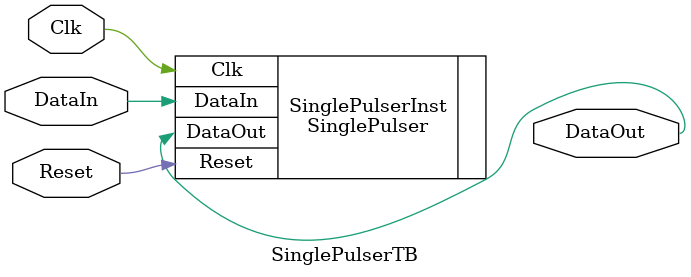
<source format=v>
`timescale 1ns / 1ps


module SinglePulserTB (
    input  wire DataIn,
    input  wire Clk,
    input  wire Reset,
    output wire DataOut
);
  SinglePulser SinglePulserInst (
      .DataIn(DataIn),
      .Clk(Clk),
      .Reset(Reset),
      .DataOut(DataOut)
  );

  // cocotb dump waveforms
`ifdef COCOTB_SIM
  initial begin
    $dumpfile("waveform.vcd");  // Name of the dump file
    $dumpvars(0, SinglePulserTB);  // Dump all variables for the top module
  end
`endif
endmodule

</source>
